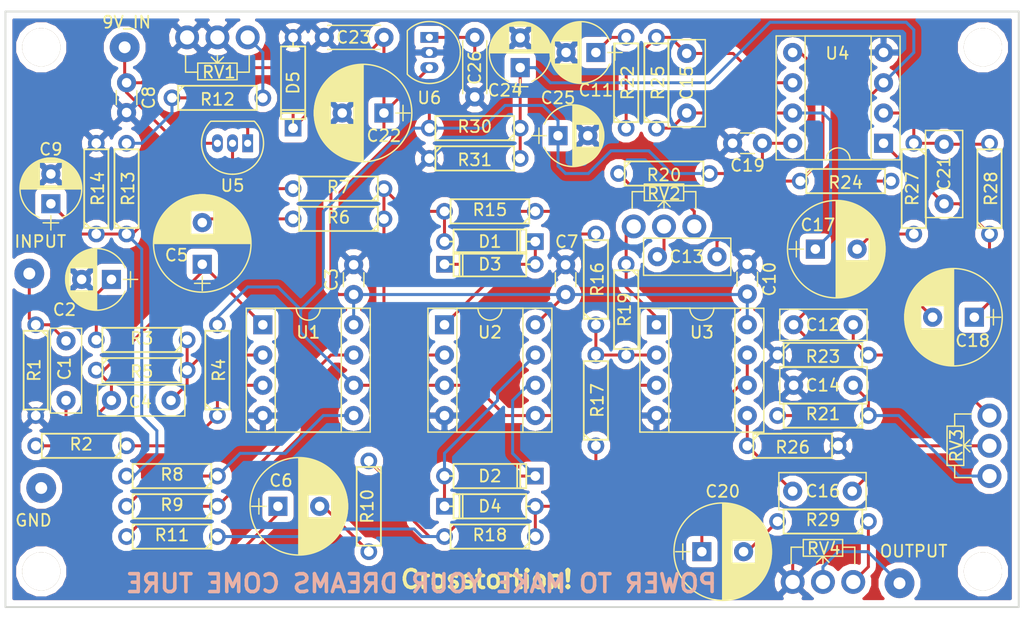
<source format=kicad_pcb>
(kicad_pcb (version 4) (host pcbnew 4.0.6)
  (title_block (title Crosstortion) (rev 1.1.1))
  (layers (0 F.Cu signal) (31 B.Cu signal) (34 B.Paste user) (35 F.Paste user) (36 B.SilkS user) (37 F.SilkS user) (38 B.Mask user) (39 F.Mask user) (44 Edge.Cuts user))
  (net 0 "")
  (net 1 "Net-(C1-Pad1)")
  (net 2 "Net-(C1-Pad2)")
  (net 3 "Net-(C2-Pad1)")
  (net 4 GND)
  (net 5 +9V)
  (net 6 "Net-(C4-Pad1)")
  (net 7 "Net-(C4-Pad2)")
  (net 8 "Net-(C5-Pad2)")
  (net 9 "Net-(C6-Pad2)")
  (net 10 5-6V)
  (net 11 "Net-(C11-Pad1)")
  (net 12 "Net-(C12-Pad1)")
  (net 13 "Net-(C12-Pad2)")
  (net 14 "Net-(C13-Pad1)")
  (net 15 "Net-(C13-Pad2)")
  (net 16 "Net-(C14-Pad1)")
  (net 17 "Net-(C15-Pad1)")
  (net 18 "Net-(C15-Pad2)")
  (net 19 "Net-(C16-Pad1)")
  (net 20 "Net-(C16-Pad2)")
  (net 21 "Net-(C17-Pad2)")
  (net 22 "Net-(C18-Pad1)")
  (net 23 +5V)
  (net 24 "Net-(C20-Pad1)")
  (net 25 "Net-(C20-Pad2)")
  (net 26 "Net-(C21-Pad2)")
  (net 27 +2.5V)
  (net 28 "Net-(D1-Pad1)")
  (net 29 "Net-(D1-Pad2)")
  (net 30 "Net-(D2-Pad1)")
  (net 31 "Net-(D2-Pad2)")
  (net 32 "Net-(D3-Pad1)")
  (net 33 "Net-(D4-Pad2)")
  (net 34 "Net-(J2-Pad1)")
  (net 35 "Net-(J4-Pad1)")
  (net 36 "Net-(R2-Pad1)")
  (net 37 "Net-(R8-Pad1)")
  (net 38 "Net-(R11-Pad2)")
  (net 39 "Net-(R12-Pad1)")
  (net 40 "Net-(R12-Pad2)")
  (net 41 "Net-(R16-Pad1)")
  (net 42 "Net-(R19-Pad1)")
  (net 43 "Net-(R20-Pad1)")
  (net 44 "Net-(R29-Pad1)")
  (module TO_SOT_Packages_THT:TO-92_Inline_Narrow_Oval (layer F.Cu) (at 147.32 99.06 180)
    (fp_text reference U5 (at 1.27 -3.556 180) (layer F.SilkS))
    (fp_text value LM317AT)
    (pad 2 thru_hole oval (at 1.27 0) (size 0.89916 1.50114) (drill 0.6) (layers *.Cu *.Mask) (net 10 5-6V))
    (pad 3 thru_hole oval (at 2.54 0) (size 0.89916 1.50114) (drill 0.6) (layers *.Cu *.Mask) (net 5 +9V))
    (pad 1 thru_hole rect (at 0 0) (size 0.89916 1.50114) (drill 0.6) (layers *.Cu *.Mask) (net 39 "Net-(R12-Pad1)"))
  )
  (module Capacitors_THT:C_Rect_L7.0mm_W2.5mm_P5.00mm (layer F.Cu) (at 132.08 120.65 90)
    (fp_text reference C1 (at 2.667 -0.127 90) (layer F.SilkS))
    (fp_text value 100n)
    (pad 1 thru_hole circle (at 0 0 90) (size 1.6 1.6) (drill 0.8) (layers *.Cu *.Mask) (net 1 "Net-(C1-Pad1)"))
    (pad 2 thru_hole circle (at 5 0 90) (size 1.6 1.6) (drill 0.8) (layers *.Cu *.Mask) (net 2 "Net-(C1-Pad2)"))
  )
  (module Capacitors_THT:CP_Radial_D5.0mm_P2.50mm (layer F.Cu) (at 135.89 110.49 180)
    (fp_text reference C2 (at 3.937 -2.54 180) (layer F.SilkS))
    (fp_text value 10u)
    (pad 1 thru_hole rect (at 0 0 180) (size 1.6 1.6) (drill 0.8) (layers *.Cu *.Mask) (net 3 "Net-(C2-Pad1)"))
    (pad 2 thru_hole circle (at 2.5 0 180) (size 1.6 1.6) (drill 0.8) (layers *.Cu *.Mask) (net 4 GND))
  )
  (module Capacitors_THT:C_Disc_D3.0mm_W1.6mm_P2.50mm (layer F.Cu) (at 156.21 111.76 90)
    (fp_text reference C3 (at 1.25 -1.86 90) (layer F.SilkS))
    (fp_text value 100n)
    (pad 1 thru_hole circle (at 0 0 90) (size 1.6 1.6) (drill 0.8) (layers *.Cu *.Mask) (net 5 +9V))
    (pad 2 thru_hole circle (at 2.5 0 90) (size 1.6 1.6) (drill 0.8) (layers *.Cu *.Mask) (net 4 GND))
  )
  (module Capacitors_THT:C_Rect_L7.2mm_W2.5mm_P5.00mm_FKS2_FKP2_MKS2_MKP2 (layer F.Cu) (at 135.89 120.65)
    (fp_text reference C4 (at 2.413 0.127) (layer F.SilkS))
    (fp_text value 1n)
    (pad 1 thru_hole circle (at 0 0) (size 1.6 1.6) (drill 0.8) (layers *.Cu *.Mask) (net 6 "Net-(C4-Pad1)"))
    (pad 2 thru_hole circle (at 5 0) (size 1.6 1.6) (drill 0.8) (layers *.Cu *.Mask) (net 7 "Net-(C4-Pad2)"))
  )
  (module Capacitors_THT:CP_Radial_D8.0mm_P3.50mm (layer F.Cu) (at 143.51 109.22 90)
    (fp_text reference C5 (at 0.762 -2.159 180) (layer F.SilkS))
    (fp_text value "10uF BP")
    (pad 1 thru_hole rect (at 0 0 90) (size 1.6 1.6) (drill 0.8) (layers *.Cu *.Mask) (net 6 "Net-(C4-Pad1)"))
    (pad 2 thru_hole circle (at 3.5 0 90) (size 1.6 1.6) (drill 0.8) (layers *.Cu *.Mask) (net 8 "Net-(C5-Pad2)"))
  )
  (module Capacitors_THT:CP_Radial_D8.0mm_P3.50mm (layer F.Cu) (at 149.86 129.54)
    (fp_text reference C6 (at 0.254 -2.159) (layer F.SilkS))
    (fp_text value "10uF BP")
    (pad 1 thru_hole rect (at 0 0) (size 1.6 1.6) (drill 0.8) (layers *.Cu *.Mask) (net 6 "Net-(C4-Pad1)"))
    (pad 2 thru_hole circle (at 3.5 0) (size 1.6 1.6) (drill 0.8) (layers *.Cu *.Mask) (net 9 "Net-(C6-Pad2)"))
  )
  (module Capacitors_THT:C_Disc_D3.0mm_W1.6mm_P2.50mm (layer F.Cu) (at 173.99 111.76 90)
    (fp_text reference C7 (at 4.4323 0.0889 180) (layer F.SilkS))
    (fp_text value 100n)
    (pad 1 thru_hole circle (at 0 0 90) (size 1.6 1.6) (drill 0.8) (layers *.Cu *.Mask) (net 5 +9V))
    (pad 2 thru_hole circle (at 2.5 0 90) (size 1.6 1.6) (drill 0.8) (layers *.Cu *.Mask) (net 4 GND))
  )
  (module Capacitors_THT:C_Disc_D3.0mm_W1.6mm_P2.50mm (layer F.Cu) (at 137.16 93.98 270)
    (fp_text reference C8 (at 1.25 -1.86 270) (layer F.SilkS))
    (fp_text value 100n)
    (pad 1 thru_hole circle (at 0 0 270) (size 1.6 1.6) (drill 0.8) (layers *.Cu *.Mask) (net 5 +9V))
    (pad 2 thru_hole circle (at 2.5 0 270) (size 1.6 1.6) (drill 0.8) (layers *.Cu *.Mask) (net 4 GND))
  )
  (module Capacitors_THT:CP_Radial_D5.0mm_P2.50mm (layer F.Cu) (at 130.81 104.14 90)
    (fp_text reference C9 (at 4.572 0 180) (layer F.SilkS))
    (fp_text value 10u)
    (pad 1 thru_hole rect (at 0 0 90) (size 1.6 1.6) (drill 0.8) (layers *.Cu *.Mask) (net 10 5-6V))
    (pad 2 thru_hole circle (at 2.5 0 90) (size 1.6 1.6) (drill 0.8) (layers *.Cu *.Mask) (net 4 GND))
  )
  (module Capacitors_THT:C_Disc_D3.0mm_W1.6mm_P2.50mm (layer F.Cu) (at 189.23 109.22 270)
    (fp_text reference C10 (at 1.25 -1.86 270) (layer F.SilkS))
    (fp_text value 100n)
    (pad 1 thru_hole circle (at 0 0 270) (size 1.6 1.6) (drill 0.8) (layers *.Cu *.Mask) (net 4 GND))
    (pad 2 thru_hole circle (at 2.5 0 270) (size 1.6 1.6) (drill 0.8) (layers *.Cu *.Mask) (net 5 +9V))
  )
  (module Capacitors_THT:CP_Radial_D5.0mm_P2.50mm (layer F.Cu) (at 176.53 91.44 180)
    (fp_text reference C11 (at 0 -3.175 180) (layer F.SilkS))
    (fp_text value 10u)
    (pad 1 thru_hole rect (at 0 0 180) (size 1.6 1.6) (drill 0.8) (layers *.Cu *.Mask) (net 11 "Net-(C11-Pad1)"))
    (pad 2 thru_hole circle (at 2.5 0 180) (size 1.6 1.6) (drill 0.8) (layers *.Cu *.Mask) (net 4 GND))
  )
  (module Capacitors_THT:C_Rect_L7.2mm_W2.5mm_P5.00mm_FKS2_FKP2_MKS2_MKP2 (layer F.Cu) (at 198.12 114.3 180)
    (fp_text reference C12 (at 2.54 0 180) (layer F.SilkS))
    (fp_text value 3.3n)
    (pad 1 thru_hole circle (at 0 0 180) (size 1.6 1.6) (drill 0.8) (layers *.Cu *.Mask) (net 12 "Net-(C12-Pad1)"))
    (pad 2 thru_hole circle (at 5 0 180) (size 1.6 1.6) (drill 0.8) (layers *.Cu *.Mask) (net 13 "Net-(C12-Pad2)"))
  )
  (module Capacitors_THT:C_Rect_L7.2mm_W3.0mm_P5.00mm_FKS2_FKP2_MKS2_MKP2 (layer F.Cu) (at 186.69 108.585 180)
    (fp_text reference C13 (at 2.54 0 180) (layer F.SilkS))
    (fp_text value 100n)
    (pad 1 thru_hole circle (at 0 0 180) (size 1.6 1.6) (drill 0.8) (layers *.Cu *.Mask) (net 14 "Net-(C13-Pad1)"))
    (pad 2 thru_hole circle (at 5 0 180) (size 1.6 1.6) (drill 0.8) (layers *.Cu *.Mask) (net 15 "Net-(C13-Pad2)"))
  )
  (module Capacitors_THT:C_Rect_L7.2mm_W3.0mm_P5.00mm_FKS2_FKP2_MKS2_MKP2 (layer F.Cu) (at 198.12 119.38 180)
    (fp_text reference C14 (at 2.54 0 180) (layer F.SilkS))
    (fp_text value 10n)
    (pad 1 thru_hole circle (at 0 0 180) (size 1.6 1.6) (drill 0.8) (layers *.Cu *.Mask) (net 16 "Net-(C14-Pad1)"))
    (pad 2 thru_hole circle (at 5 0 180) (size 1.6 1.6) (drill 0.8) (layers *.Cu *.Mask) (net 4 GND))
  )
  (module Capacitors_THT:C_Rect_L7.2mm_W3.0mm_P5.00mm_FKS2_FKP2_MKS2_MKP2 (layer F.Cu) (at 184.15 96.52 90)
    (fp_text reference C15 (at 2.54 0 90) (layer F.SilkS))
    (fp_text value 470p)
    (pad 1 thru_hole circle (at 0 0 90) (size 1.6 1.6) (drill 0.8) (layers *.Cu *.Mask) (net 17 "Net-(C15-Pad1)"))
    (pad 2 thru_hole circle (at 5 0 90) (size 1.6 1.6) (drill 0.8) (layers *.Cu *.Mask) (net 18 "Net-(C15-Pad2)"))
  )
  (module Capacitors_THT:C_Rect_L7.2mm_W3.0mm_P5.00mm_FKS2_FKP2_MKS2_MKP2 (layer F.Cu) (at 193.04 128.27)
    (fp_text reference C16 (at 2.54 0) (layer F.SilkS))
    (fp_text value 100n)
    (pad 1 thru_hole circle (at 0 0) (size 1.6 1.6) (drill 0.8) (layers *.Cu *.Mask) (net 19 "Net-(C16-Pad1)"))
    (pad 2 thru_hole circle (at 5 0) (size 1.6 1.6) (drill 0.8) (layers *.Cu *.Mask) (net 20 "Net-(C16-Pad2)"))
  )
  (module Capacitors_THT:CP_Radial_D8.0mm_P3.50mm (layer F.Cu) (at 194.945 107.95)
    (fp_text reference C17 (at 0.2032 -2.032) (layer F.SilkS))
    (fp_text value "10uF BP")
    (pad 1 thru_hole rect (at 0 0) (size 1.6 1.6) (drill 0.8) (layers *.Cu *.Mask) (net 17 "Net-(C15-Pad1)"))
    (pad 2 thru_hole circle (at 3.5 0) (size 1.6 1.6) (drill 0.8) (layers *.Cu *.Mask) (net 21 "Net-(C17-Pad2)"))
  )
  (module Capacitors_THT:CP_Radial_D8.0mm_P3.50mm (layer F.Cu) (at 208.28 113.665 180)
    (fp_text reference C18 (at 0.1397 -1.9685 180) (layer F.SilkS))
    (fp_text value "10uF BP")
    (pad 1 thru_hole rect (at 0 0 180) (size 1.6 1.6) (drill 0.8) (layers *.Cu *.Mask) (net 22 "Net-(C18-Pad1)"))
    (pad 2 thru_hole circle (at 3.5 0 180) (size 1.6 1.6) (drill 0.8) (layers *.Cu *.Mask) (net 13 "Net-(C12-Pad2)"))
  )
  (module Capacitors_THT:C_Disc_D3.0mm_W1.6mm_P2.50mm (layer F.Cu) (at 190.5 99.06 180)
    (fp_text reference C19 (at 1.25 -1.86 180) (layer F.SilkS))
    (fp_text value 100n)
    (pad 1 thru_hole circle (at 0 0 180) (size 1.6 1.6) (drill 0.8) (layers *.Cu *.Mask) (net 23 +5V))
    (pad 2 thru_hole circle (at 2.5 0 180) (size 1.6 1.6) (drill 0.8) (layers *.Cu *.Mask) (net 4 GND))
  )
  (module Capacitors_THT:CP_Radial_D8.0mm_P3.50mm (layer F.Cu) (at 185.42 133.35)
    (fp_text reference C20 (at 1.75 -5.06) (layer F.SilkS))
    (fp_text value "10uF BP")
    (pad 1 thru_hole rect (at 0 0) (size 1.6 1.6) (drill 0.8) (layers *.Cu *.Mask) (net 24 "Net-(C20-Pad1)"))
    (pad 2 thru_hole circle (at 3.5 0) (size 1.6 1.6) (drill 0.8) (layers *.Cu *.Mask) (net 25 "Net-(C20-Pad2)"))
  )
  (module Capacitors_THT:C_Rect_L7.2mm_W3.0mm_P5.00mm_FKS2_FKP2_MKS2_MKP2 (layer F.Cu) (at 205.74 104.14 90)
    (fp_text reference C21 (at 2.54 0 90) (layer F.SilkS))
    (fp_text value 470p)
    (pad 1 thru_hole circle (at 0 0 90) (size 1.6 1.6) (drill 0.8) (layers *.Cu *.Mask) (net 22 "Net-(C18-Pad1)"))
    (pad 2 thru_hole circle (at 5 0 90) (size 1.6 1.6) (drill 0.8) (layers *.Cu *.Mask) (net 26 "Net-(C21-Pad2)"))
  )
  (module Capacitors_THT:CP_Radial_D8.0mm_P3.50mm (layer F.Cu) (at 158.75 96.52 180)
    (fp_text reference C22 (at 0 -1.905 180) (layer F.SilkS))
    (fp_text value 100u)
    (pad 1 thru_hole rect (at 0 0 180) (size 1.6 1.6) (drill 0.8) (layers *.Cu *.Mask) (net 5 +9V))
    (pad 2 thru_hole circle (at 3.5 0 180) (size 1.6 1.6) (drill 0.8) (layers *.Cu *.Mask) (net 4 GND))
  )
  (module Capacitors_THT:C_Disc_D4.3mm_W1.9mm_P5.00mm (layer F.Cu) (at 158.75 90.17 180)
    (fp_text reference C23 (at 2.54 0 180) (layer F.SilkS))
    (fp_text value 100n)
    (pad 1 thru_hole circle (at 0 0 180) (size 1.6 1.6) (drill 0.8) (layers *.Cu *.Mask) (net 5 +9V))
    (pad 2 thru_hole circle (at 5 0 180) (size 1.6 1.6) (drill 0.8) (layers *.Cu *.Mask) (net 4 GND))
  )
  (module Capacitors_THT:C_Disc_D4.3mm_W1.9mm_P5.00mm (layer F.Cu) (at 166.37 90.17 270)
    (fp_text reference C24 (at 4.445 -2.54 360) (layer F.SilkS))
    (fp_text value 100n)
    (pad 1 thru_hole circle (at 0 0 270) (size 1.6 1.6) (drill 0.8) (layers *.Cu *.Mask) (net 23 +5V))
    (pad 2 thru_hole circle (at 5 0 270) (size 1.6 1.6) (drill 0.8) (layers *.Cu *.Mask) (net 4 GND))
  )
  (module Capacitors_THT:CP_Radial_D5.0mm_P2.50mm (layer F.Cu) (at 173.355 98.425)
    (fp_text reference C25 (at 0 -3.175) (layer F.SilkS))
    (fp_text value 10u)
    (pad 1 thru_hole rect (at 0 0) (size 1.6 1.6) (drill 0.8) (layers *.Cu *.Mask) (net 23 +5V))
    (pad 2 thru_hole circle (at 2.5 0) (size 1.6 1.6) (drill 0.8) (layers *.Cu *.Mask) (net 4 GND))
  )
  (module Capacitors_THT:CP_Radial_D5.0mm_P2.50mm (layer F.Cu) (at 170.18 92.71 90)
    (fp_text reference C26 (at 0 -3.81 90) (layer F.SilkS))
    (fp_text value 10u)
    (pad 1 thru_hole rect (at 0 0 90) (size 1.6 1.6) (drill 0.8) (layers *.Cu *.Mask) (net 27 +2.5V))
    (pad 2 thru_hole circle (at 2.5 0 90) (size 1.6 1.6) (drill 0.8) (layers *.Cu *.Mask) (net 4 GND))
  )
  (module Discret:D3 (layer F.Cu) (at 167.64 107.315)
    (fp_text reference D1 (at 0 0) (layer F.SilkS))
    (fp_text value 1N4148)
    (pad 1 thru_hole rect (at 3.81 0) (size 1.397 1.397) (drill 0.8128) (layers *.Cu *.Mask) (net 28 "Net-(D1-Pad1)"))
    (pad 2 thru_hole circle (at -3.81 0) (size 1.397 1.397) (drill 0.8128) (layers *.Cu *.Mask) (net 29 "Net-(D1-Pad2)"))
  )
  (module Discret:D3 (layer F.Cu) (at 167.64 127)
    (fp_text reference D2 (at 0 0) (layer F.SilkS))
    (fp_text value 1N4148)
    (pad 1 thru_hole rect (at 3.81 0) (size 1.397 1.397) (drill 0.8128) (layers *.Cu *.Mask) (net 30 "Net-(D2-Pad1)"))
    (pad 2 thru_hole circle (at -3.81 0) (size 1.397 1.397) (drill 0.8128) (layers *.Cu *.Mask) (net 31 "Net-(D2-Pad2)"))
  )
  (module Discret:D3 (layer F.Cu) (at 167.64 109.22 180)
    (fp_text reference D3 (at 0 0 180) (layer F.SilkS))
    (fp_text value 1N4148)
    (pad 1 thru_hole rect (at 3.81 0 180) (size 1.397 1.397) (drill 0.8128) (layers *.Cu *.Mask) (net 32 "Net-(D3-Pad1)"))
    (pad 2 thru_hole circle (at -3.81 0 180) (size 1.397 1.397) (drill 0.8128) (layers *.Cu *.Mask) (net 28 "Net-(D1-Pad1)"))
  )
  (module Discret:D3 (layer F.Cu) (at 167.64 129.54 180)
    (fp_text reference D4 (at 0 0 180) (layer F.SilkS))
    (fp_text value 1N4148)
    (pad 1 thru_hole rect (at 3.81 0 180) (size 1.397 1.397) (drill 0.8128) (layers *.Cu *.Mask) (net 31 "Net-(D2-Pad2)"))
    (pad 2 thru_hole circle (at -3.81 0 180) (size 1.397 1.397) (drill 0.8128) (layers *.Cu *.Mask) (net 33 "Net-(D4-Pad2)"))
  )
  (module Discret:D3 (layer F.Cu) (at 151.13 93.98 270)
    (fp_text reference D5 (at 0 0 270) (layer F.SilkS))
    (fp_text value 1N4007)
    (pad 1 thru_hole rect (at 3.81 0 270) (size 1.397 1.397) (drill 0.8128) (layers *.Cu *.Mask) (net 5 +9V))
    (pad 2 thru_hole circle (at -3.81 0 270) (size 1.397 1.397) (drill 0.8128) (layers *.Cu *.Mask) (net 4 GND))
  )
  (module Wire_Pads:SolderWirePad_single_1mmDrill (layer F.Cu) (at 129 110)
    (fp_text reference INPUT (at 0.921 -2.685) (layer F.SilkS))
    (fp_text value INPUT)
    (pad 1 thru_hole circle (at 0 0) (size 2.49936 2.49936) (drill 1.00076) (layers *.Cu *.Mask) (net 2 "Net-(C1-Pad2)"))
  )
  (module Wire_Pads:SolderWirePad_single_1mmDrill (layer F.Cu) (at 202 136)
    (fp_text reference OUTPUT (at 1.1873 -2.6881) (layer F.SilkS))
    (fp_text value OUTPUT)
    (pad 1 thru_hole circle (at 0 0) (size 2.49936 2.49936) (drill 1.00076) (layers *.Cu *.Mask) (net 34 "Net-(J2-Pad1)"))
  )
  (module Wire_Pads:SolderWirePad_single_1mmDrill (layer F.Cu) (at 137 91)
    (fp_text reference 9V_IN (at 0.16 -2.1) (layer F.SilkS))
    (fp_text value 9V_IN)
    (pad 1 thru_hole circle (at 0 0) (size 2.49936 2.49936) (drill 1.00076) (layers *.Cu *.Mask) (net 5 +9V))
  )
  (module Wire_Pads:SolderWirePad_single_1mmDrill (layer F.Cu) (at 130 128)
    (fp_text reference GND (at -0.6505 2.7211) (layer F.SilkS))
    (fp_text value GND)
    (pad 1 thru_hole circle (at 0 0) (size 2.49936 2.49936) (drill 1.00076) (layers *.Cu *.Mask) (net 35 "Net-(J4-Pad1)"))
  )
  (module Discret:R3 (layer F.Cu) (at 129.54 118.11 270)
    (fp_text reference R1 (at 0 0.127 270) (layer F.SilkS))
    (fp_text value 2.2M)
    (pad 1 thru_hole circle (at -3.81 0 270) (size 1.397 1.397) (drill 0.8128) (layers *.Cu *.Mask) (net 2 "Net-(C1-Pad2)"))
    (pad 2 thru_hole circle (at 3.81 0 270) (size 1.397 1.397) (drill 0.8128) (layers *.Cu *.Mask) (net 4 GND))
  )
  (module Discret:R3 (layer F.Cu) (at 133.35 124.46 180)
    (fp_text reference R2 (at 0 0.127 180) (layer F.SilkS))
    (fp_text value 1K)
    (pad 1 thru_hole circle (at -3.81 0 180) (size 1.397 1.397) (drill 0.8128) (layers *.Cu *.Mask) (net 36 "Net-(R2-Pad1)"))
    (pad 2 thru_hole circle (at 3.81 0 180) (size 1.397 1.397) (drill 0.8128) (layers *.Cu *.Mask) (net 1 "Net-(C1-Pad1)"))
  )
  (module Discret:R3 (layer F.Cu) (at 138.43 115.57 180)
    (fp_text reference R3 (at 0 0.127 180) (layer F.SilkS))
    (fp_text value 10K)
    (pad 1 thru_hole circle (at -3.81 0 180) (size 1.397 1.397) (drill 0.8128) (layers *.Cu *.Mask) (net 7 "Net-(C4-Pad2)"))
    (pad 2 thru_hole circle (at 3.81 0 180) (size 1.397 1.397) (drill 0.8128) (layers *.Cu *.Mask) (net 3 "Net-(C2-Pad1)"))
  )
  (module Discret:R3 (layer F.Cu) (at 144.78 118.11 90)
    (fp_text reference R4 (at 0 0.127 90) (layer F.SilkS))
    (fp_text value 1M)
    (pad 1 thru_hole circle (at -3.81 0 90) (size 1.397 1.397) (drill 0.8128) (layers *.Cu *.Mask) (net 36 "Net-(R2-Pad1)"))
    (pad 2 thru_hole circle (at 3.81 0 90) (size 1.397 1.397) (drill 0.8128) (layers *.Cu *.Mask) (net 23 +5V))
  )
  (module Discret:R3 (layer F.Cu) (at 138.43 118.11)
    (fp_text reference R5 (at 0 0.127) (layer F.SilkS))
    (fp_text value 100K)
    (pad 1 thru_hole circle (at -3.81 0) (size 1.397 1.397) (drill 0.8128) (layers *.Cu *.Mask) (net 6 "Net-(C4-Pad1)"))
    (pad 2 thru_hole circle (at 3.81 0) (size 1.397 1.397) (drill 0.8128) (layers *.Cu *.Mask) (net 7 "Net-(C4-Pad2)"))
  )
  (module Discret:R3 (layer F.Cu) (at 154.94 105.41 180)
    (fp_text reference R6 (at 0 0.127 180) (layer F.SilkS))
    (fp_text value 10K)
    (pad 1 thru_hole circle (at -3.81 0 180) (size 1.397 1.397) (drill 0.8128) (layers *.Cu *.Mask) (net 29 "Net-(D1-Pad2)"))
    (pad 2 thru_hole circle (at 3.81 0 180) (size 1.397 1.397) (drill 0.8128) (layers *.Cu *.Mask) (net 8 "Net-(C5-Pad2)"))
  )
  (module Discret:R3 (layer F.Cu) (at 154.94 102.87 180)
    (fp_text reference R7 (at 0 0.127 180) (layer F.SilkS))
    (fp_text value 10K)
    (pad 1 thru_hole circle (at -3.81 0 180) (size 1.397 1.397) (drill 0.8128) (layers *.Cu *.Mask) (net 29 "Net-(D1-Pad2)"))
    (pad 2 thru_hole circle (at 3.81 0 180) (size 1.397 1.397) (drill 0.8128) (layers *.Cu *.Mask) (net 10 5-6V))
  )
  (module Discret:R3 (layer F.Cu) (at 140.97 127 180)
    (fp_text reference R8 (at 0 0.127 180) (layer F.SilkS))
    (fp_text value 10K)
    (pad 1 thru_hole circle (at -3.81 0 180) (size 1.397 1.397) (drill 0.8128) (layers *.Cu *.Mask) (net 37 "Net-(R8-Pad1)"))
    (pad 2 thru_hole circle (at 3.81 0 180) (size 1.397 1.397) (drill 0.8128) (layers *.Cu *.Mask) (net 10 5-6V))
  )
  (module Discret:R3 (layer F.Cu) (at 140.97 129.54 180)
    (fp_text reference R9 (at 0 0.127 180) (layer F.SilkS))
    (fp_text value 10K)
    (pad 1 thru_hole circle (at -3.81 0 180) (size 1.397 1.397) (drill 0.8128) (layers *.Cu *.Mask) (net 38 "Net-(R11-Pad2)"))
    (pad 2 thru_hole circle (at 3.81 0 180) (size 1.397 1.397) (drill 0.8128) (layers *.Cu *.Mask) (net 37 "Net-(R8-Pad1)"))
  )
  (module Discret:R3 (layer F.Cu) (at 157.48 129.54 270)
    (fp_text reference R10 (at 0 0.127 270) (layer F.SilkS))
    (fp_text value 10K)
    (pad 1 thru_hole circle (at -3.81 0 270) (size 1.397 1.397) (drill 0.8128) (layers *.Cu *.Mask) (net 30 "Net-(D2-Pad1)"))
    (pad 2 thru_hole circle (at 3.81 0 270) (size 1.397 1.397) (drill 0.8128) (layers *.Cu *.Mask) (net 9 "Net-(C6-Pad2)"))
  )
  (module Discret:R3 (layer F.Cu) (at 140.97 132.08 180)
    (fp_text reference R11 (at 0 0.127 180) (layer F.SilkS))
    (fp_text value 10K)
    (pad 1 thru_hole circle (at -3.81 0 180) (size 1.397 1.397) (drill 0.8128) (layers *.Cu *.Mask) (net 30 "Net-(D2-Pad1)"))
    (pad 2 thru_hole circle (at 3.81 0 180) (size 1.397 1.397) (drill 0.8128) (layers *.Cu *.Mask) (net 38 "Net-(R11-Pad2)"))
  )
  (module Discret:R3 (layer F.Cu) (at 144.78 95.25)
    (fp_text reference R12 (at 0 0.127) (layer F.SilkS))
    (fp_text value 2.7K)
    (pad 1 thru_hole circle (at -3.81 0) (size 1.397 1.397) (drill 0.8128) (layers *.Cu *.Mask) (net 39 "Net-(R12-Pad1)"))
    (pad 2 thru_hole circle (at 3.81 0) (size 1.397 1.397) (drill 0.8128) (layers *.Cu *.Mask) (net 40 "Net-(R12-Pad2)"))
  )
  (module Discret:R3 (layer F.Cu) (at 137.16 102.87 90)
    (fp_text reference R13 (at 0 0.127 90) (layer F.SilkS))
    (fp_text value 1K)
    (pad 1 thru_hole circle (at -3.81 0 90) (size 1.397 1.397) (drill 0.8128) (layers *.Cu *.Mask) (net 10 5-6V))
    (pad 2 thru_hole circle (at 3.81 0 90) (size 1.397 1.397) (drill 0.8128) (layers *.Cu *.Mask) (net 39 "Net-(R12-Pad1)"))
  )
  (module Discret:R3 (layer F.Cu) (at 134.62 102.87 90)
    (fp_text reference R14 (at 0 0.127 90) (layer F.SilkS))
    (fp_text value 1K)
    (pad 1 thru_hole circle (at -3.81 0 90) (size 1.397 1.397) (drill 0.8128) (layers *.Cu *.Mask) (net 10 5-6V))
    (pad 2 thru_hole circle (at 3.81 0 90) (size 1.397 1.397) (drill 0.8128) (layers *.Cu *.Mask) (net 4 GND))
  )
  (module Discret:R3 (layer F.Cu) (at 167.64 104.775 180)
    (fp_text reference R15 (at 0 0.127 180) (layer F.SilkS))
    (fp_text value 10K)
    (pad 1 thru_hole circle (at -3.81 0 180) (size 1.397 1.397) (drill 0.8128) (layers *.Cu *.Mask) (net 32 "Net-(D3-Pad1)"))
    (pad 2 thru_hole circle (at 3.81 0 180) (size 1.397 1.397) (drill 0.8128) (layers *.Cu *.Mask) (net 29 "Net-(D1-Pad2)"))
  )
  (module Discret:R3 (layer F.Cu) (at 176.53 110.49 90)
    (fp_text reference R16 (at 0 0.127 90) (layer F.SilkS))
    (fp_text value 10K)
    (pad 1 thru_hole circle (at -3.81 0 90) (size 1.397 1.397) (drill 0.8128) (layers *.Cu *.Mask) (net 41 "Net-(R16-Pad1)"))
    (pad 2 thru_hole circle (at 3.81 0 90) (size 1.397 1.397) (drill 0.8128) (layers *.Cu *.Mask) (net 32 "Net-(D3-Pad1)"))
  )
  (module Discret:R3 (layer F.Cu) (at 176.53 120.65 90)
    (fp_text reference R17 (at 0 0.127 90) (layer F.SilkS))
    (fp_text value 10K)
    (pad 1 thru_hole circle (at -3.81 0 90) (size 1.397 1.397) (drill 0.8128) (layers *.Cu *.Mask) (net 33 "Net-(D4-Pad2)"))
    (pad 2 thru_hole circle (at 3.81 0 90) (size 1.397 1.397) (drill 0.8128) (layers *.Cu *.Mask) (net 41 "Net-(R16-Pad1)"))
  )
  (module Discret:R3 (layer F.Cu) (at 167.64 132.08 180)
    (fp_text reference R18 (at 0 0.127 180) (layer F.SilkS))
    (fp_text value 10K)
    (pad 1 thru_hole circle (at -3.81 0 180) (size 1.397 1.397) (drill 0.8128) (layers *.Cu *.Mask) (net 33 "Net-(D4-Pad2)"))
    (pad 2 thru_hole circle (at 3.81 0 180) (size 1.397 1.397) (drill 0.8128) (layers *.Cu *.Mask) (net 30 "Net-(D2-Pad1)"))
  )
  (module Discret:R3 (layer F.Cu) (at 179.07 113.03 270)
    (fp_text reference R19 (at 0 0.127 270) (layer F.SilkS))
    (fp_text value 10K)
    (pad 1 thru_hole circle (at -3.81 0 270) (size 1.397 1.397) (drill 0.8128) (layers *.Cu *.Mask) (net 42 "Net-(R19-Pad1)"))
    (pad 2 thru_hole circle (at 3.81 0 270) (size 1.397 1.397) (drill 0.8128) (layers *.Cu *.Mask) (net 41 "Net-(R16-Pad1)"))
  )
  (module Discret:R3 (layer F.Cu) (at 182.245 101.6)
    (fp_text reference R20 (at 0 0.127) (layer F.SilkS))
    (fp_text value 470R)
    (pad 1 thru_hole circle (at -3.81 0) (size 1.397 1.397) (drill 0.8128) (layers *.Cu *.Mask) (net 43 "Net-(R20-Pad1)"))
    (pad 2 thru_hole circle (at 3.81 0) (size 1.397 1.397) (drill 0.8128) (layers *.Cu *.Mask) (net 23 +5V))
  )
  (module Discret:R3 (layer F.Cu) (at 195.58 121.92 180)
    (fp_text reference R21 (at 0 0.127 180) (layer F.SilkS))
    (fp_text value 22K)
    (pad 1 thru_hole circle (at -3.81 0 180) (size 1.397 1.397) (drill 0.8128) (layers *.Cu *.Mask) (net 16 "Net-(C14-Pad1)"))
    (pad 2 thru_hole circle (at 3.81 0 180) (size 1.397 1.397) (drill 0.8128) (layers *.Cu *.Mask) (net 13 "Net-(C12-Pad2)"))
  )
  (module Discret:R3 (layer F.Cu) (at 179.07 93.98 90)
    (fp_text reference R22 (at 0 0.127 90) (layer F.SilkS))
    (fp_text value 10K)
    (pad 1 thru_hole circle (at -3.81 0 90) (size 1.397 1.397) (drill 0.8128) (layers *.Cu *.Mask) (net 18 "Net-(C15-Pad2)"))
    (pad 2 thru_hole circle (at 3.81 0 90) (size 1.397 1.397) (drill 0.8128) (layers *.Cu *.Mask) (net 11 "Net-(C11-Pad1)"))
  )
  (module Discret:R3 (layer F.Cu) (at 195.58 116.84)
    (fp_text reference R23 (at 0 0.127) (layer F.SilkS))
    (fp_text value 22K)
    (pad 1 thru_hole circle (at -3.81 0) (size 1.397 1.397) (drill 0.8128) (layers *.Cu *.Mask) (net 4 GND))
    (pad 2 thru_hole circle (at 3.81 0) (size 1.397 1.397) (drill 0.8128) (layers *.Cu *.Mask) (net 12 "Net-(C12-Pad1)"))
  )
  (module Discret:R3 (layer F.Cu) (at 197.485 102.235)
    (fp_text reference R24 (at 0 0.127) (layer F.SilkS))
    (fp_text value 100K)
    (pad 1 thru_hole circle (at -3.81 0) (size 1.397 1.397) (drill 0.8128) (layers *.Cu *.Mask) (net 14 "Net-(C13-Pad1)"))
    (pad 2 thru_hole circle (at 3.81 0) (size 1.397 1.397) (drill 0.8128) (layers *.Cu *.Mask) (net 27 +2.5V))
  )
  (module Discret:R3 (layer F.Cu) (at 181.61 93.98 90)
    (fp_text reference R25 (at 0 0.127 90) (layer F.SilkS))
    (fp_text value 220K)
    (pad 1 thru_hole circle (at -3.81 0 90) (size 1.397 1.397) (drill 0.8128) (layers *.Cu *.Mask) (net 17 "Net-(C15-Pad1)"))
    (pad 2 thru_hole circle (at 3.81 0 90) (size 1.397 1.397) (drill 0.8128) (layers *.Cu *.Mask) (net 18 "Net-(C15-Pad2)"))
  )
  (module Discret:R3 (layer F.Cu) (at 193.04 124.46)
    (fp_text reference R26 (at 0 0.127) (layer F.SilkS))
    (fp_text value 100K)
    (pad 1 thru_hole circle (at -3.81 0) (size 1.397 1.397) (drill 0.8128) (layers *.Cu *.Mask) (net 19 "Net-(C16-Pad1)"))
    (pad 2 thru_hole circle (at 3.81 0) (size 1.397 1.397) (drill 0.8128) (layers *.Cu *.Mask) (net 4 GND))
  )
  (module Discret:R3 (layer F.Cu) (at 203.2 102.87 270)
    (fp_text reference R27 (at 0 0.127 270) (layer F.SilkS))
    (fp_text value 10K)
    (pad 1 thru_hole circle (at -3.81 0 270) (size 1.397 1.397) (drill 0.8128) (layers *.Cu *.Mask) (net 26 "Net-(C21-Pad2)"))
    (pad 2 thru_hole circle (at 3.81 0 270) (size 1.397 1.397) (drill 0.8128) (layers *.Cu *.Mask) (net 21 "Net-(C17-Pad2)"))
  )
  (module Discret:R3 (layer F.Cu) (at 209.55 102.87 90)
    (fp_text reference R28 (at 0 0.127 90) (layer F.SilkS))
    (fp_text value 220K)
    (pad 1 thru_hole circle (at -3.81 0 90) (size 1.397 1.397) (drill 0.8128) (layers *.Cu *.Mask) (net 22 "Net-(C18-Pad1)"))
    (pad 2 thru_hole circle (at 3.81 0 90) (size 1.397 1.397) (drill 0.8128) (layers *.Cu *.Mask) (net 26 "Net-(C21-Pad2)"))
  )
  (module Discret:R3 (layer F.Cu) (at 195.58 130.81 180)
    (fp_text reference R29 (at 0 0.127 180) (layer F.SilkS))
    (fp_text value 1K)
    (pad 1 thru_hole circle (at -3.81 0 180) (size 1.397 1.397) (drill 0.8128) (layers *.Cu *.Mask) (net 44 "Net-(R29-Pad1)"))
    (pad 2 thru_hole circle (at 3.81 0 180) (size 1.397 1.397) (drill 0.8128) (layers *.Cu *.Mask) (net 25 "Net-(C20-Pad2)"))
  )
  (module Discret:R3 (layer F.Cu) (at 166.37 97.79 180)
    (fp_text reference R30 (at 0 0.127 180) (layer F.SilkS))
    (fp_text value 10K)
    (pad 1 thru_hole circle (at -3.81 0 180) (size 1.397 1.397) (drill 0.8128) (layers *.Cu *.Mask) (net 27 +2.5V))
    (pad 2 thru_hole circle (at 3.81 0 180) (size 1.397 1.397) (drill 0.8128) (layers *.Cu *.Mask) (net 23 +5V))
  )
  (module Discret:R3 (layer F.Cu) (at 166.37 100.33)
    (fp_text reference R31 (at 0 0.127) (layer F.SilkS))
    (fp_text value 10K)
    (pad 1 thru_hole circle (at -3.81 0) (size 1.397 1.397) (drill 0.8128) (layers *.Cu *.Mask) (net 4 GND))
    (pad 2 thru_hole circle (at 3.81 0) (size 1.397 1.397) (drill 0.8128) (layers *.Cu *.Mask) (net 27 +2.5V))
  )
  (module Potentiometers:Potentiometer_WirePads_Small (layer F.Cu) (at 147.32 90.17 270)
    (fp_text reference RV1 (at 2.921 2.413 360) (layer F.SilkS))
    (fp_text value 1KA)
    (pad 2 thru_hole circle (at 0 2.54 270) (size 2 2) (drill 1.2) (layers *.Cu *.Mask) (net 4 GND))
    (pad 3 thru_hole circle (at 0 5.08 270) (size 2 2) (drill 1.2) (layers *.Cu *.Mask) (net 4 GND))
    (pad 1 thru_hole circle (at 0 0 270) (size 2 2) (drill 1.2) (layers *.Cu *.Mask) (net 40 "Net-(R12-Pad2)"))
  )
  (module Potentiometers:Potentiometer_WirePads_Small (layer F.Cu) (at 179.705 106.045 90)
    (fp_text reference RV2 (at 2.7559 2.5273 180) (layer F.SilkS))
    (fp_text value 100KB)
    (pad 2 thru_hole circle (at 0 2.54 90) (size 2 2) (drill 1.2) (layers *.Cu *.Mask) (net 15 "Net-(C13-Pad2)"))
    (pad 3 thru_hole circle (at 0 5.08 90) (size 2 2) (drill 1.2) (layers *.Cu *.Mask) (net 43 "Net-(R20-Pad1)"))
    (pad 1 thru_hole circle (at 0 0 90) (size 2 2) (drill 1.2) (layers *.Cu *.Mask) (net 42 "Net-(R19-Pad1)"))
  )
  (module Potentiometers:Potentiometer_WirePads_Small (layer F.Cu) (at 209.55 127 180)
    (fp_text reference RV3 (at 2.7813 2.5654 270) (layer F.SilkS))
    (fp_text value 100KB)
    (pad 2 thru_hole circle (at 0 2.54 180) (size 2 2) (drill 1.2) (layers *.Cu *.Mask) (net 20 "Net-(C16-Pad2)"))
    (pad 3 thru_hole circle (at 0 5.08 180) (size 2 2) (drill 1.2) (layers *.Cu *.Mask) (net 12 "Net-(C12-Pad1)"))
    (pad 1 thru_hole circle (at 0 0 180) (size 2 2) (drill 1.2) (layers *.Cu *.Mask) (net 16 "Net-(C14-Pad1)"))
  )
  (module Potentiometers:Potentiometer_WirePads_Small (layer F.Cu) (at 193.04 135.89 90)
    (fp_text reference RV4 (at 2.8067 2.6035 180) (layer F.SilkS))
    (fp_text value 100KA)
    (pad 2 thru_hole circle (at 0 2.54 90) (size 2 2) (drill 1.2) (layers *.Cu *.Mask) (net 34 "Net-(J2-Pad1)"))
    (pad 3 thru_hole circle (at 0 5.08 90) (size 2 2) (drill 1.2) (layers *.Cu *.Mask) (net 44 "Net-(R29-Pad1)"))
    (pad 1 thru_hole circle (at 0 0 90) (size 2 2) (drill 1.2) (layers *.Cu *.Mask) (net 4 GND))
  )
  (module Housings_DIP:DIP-8_W7.62mm_Socket (layer F.Cu) (at 148.59 114.3)
    (fp_text reference U1 (at 3.81 0.635) (layer F.SilkS))
    (fp_text value TL072)
    (pad 1 thru_hole rect (at 0 0) (size 1.6 1.6) (drill 0.8) (layers *.Cu *.Mask) (net 6 "Net-(C4-Pad1)"))
    (pad 5 thru_hole oval (at 7.62 7.62) (size 1.6 1.6) (drill 0.8) (layers *.Cu *.Mask) (net 37 "Net-(R8-Pad1)"))
    (pad 2 thru_hole oval (at 0 2.54) (size 1.6 1.6) (drill 0.8) (layers *.Cu *.Mask) (net 7 "Net-(C4-Pad2)"))
    (pad 6 thru_hole oval (at 7.62 5.08) (size 1.6 1.6) (drill 0.8) (layers *.Cu *.Mask) (net 23 +5V))
    (pad 3 thru_hole oval (at 0 5.08) (size 1.6 1.6) (drill 0.8) (layers *.Cu *.Mask) (net 36 "Net-(R2-Pad1)"))
    (pad 7 thru_hole oval (at 7.62 2.54) (size 1.6 1.6) (drill 0.8) (layers *.Cu *.Mask) (net 38 "Net-(R11-Pad2)"))
    (pad 4 thru_hole oval (at 0 7.62) (size 1.6 1.6) (drill 0.8) (layers *.Cu *.Mask) (net 4 GND))
    (pad 8 thru_hole oval (at 7.62 0) (size 1.6 1.6) (drill 0.8) (layers *.Cu *.Mask) (net 5 +9V))
  )
  (module Housings_DIP:DIP-8_W7.62mm_Socket (layer F.Cu) (at 163.83 114.3)
    (fp_text reference U2 (at 3.81 0.635) (layer F.SilkS))
    (fp_text value 4558)
    (pad 1 thru_hole rect (at 0 0) (size 1.6 1.6) (drill 0.8) (layers *.Cu *.Mask) (net 28 "Net-(D1-Pad1)"))
    (pad 5 thru_hole oval (at 7.62 7.62) (size 1.6 1.6) (drill 0.8) (layers *.Cu *.Mask) (net 23 +5V))
    (pad 2 thru_hole oval (at 0 2.54) (size 1.6 1.6) (drill 0.8) (layers *.Cu *.Mask) (net 29 "Net-(D1-Pad2)"))
    (pad 6 thru_hole oval (at 7.62 5.08) (size 1.6 1.6) (drill 0.8) (layers *.Cu *.Mask) (net 30 "Net-(D2-Pad1)"))
    (pad 3 thru_hole oval (at 0 5.08) (size 1.6 1.6) (drill 0.8) (layers *.Cu *.Mask) (net 23 +5V))
    (pad 7 thru_hole oval (at 7.62 2.54) (size 1.6 1.6) (drill 0.8) (layers *.Cu *.Mask) (net 31 "Net-(D2-Pad2)"))
    (pad 4 thru_hole oval (at 0 7.62) (size 1.6 1.6) (drill 0.8) (layers *.Cu *.Mask) (net 4 GND))
    (pad 8 thru_hole oval (at 7.62 0) (size 1.6 1.6) (drill 0.8) (layers *.Cu *.Mask) (net 5 +9V))
  )
  (module Housings_DIP:DIP-8_W7.62mm_Socket (layer F.Cu) (at 181.61 114.3)
    (fp_text reference U3 (at 3.81 0.635) (layer F.SilkS))
    (fp_text value 4558)
    (pad 1 thru_hole rect (at 0 0) (size 1.6 1.6) (drill 0.8) (layers *.Cu *.Mask) (net 42 "Net-(R19-Pad1)"))
    (pad 5 thru_hole oval (at 7.62 7.62) (size 1.6 1.6) (drill 0.8) (layers *.Cu *.Mask) (net 19 "Net-(C16-Pad1)"))
    (pad 2 thru_hole oval (at 0 2.54) (size 1.6 1.6) (drill 0.8) (layers *.Cu *.Mask) (net 41 "Net-(R16-Pad1)"))
    (pad 6 thru_hole oval (at 7.62 5.08) (size 1.6 1.6) (drill 0.8) (layers *.Cu *.Mask) (net 24 "Net-(C20-Pad1)"))
    (pad 3 thru_hole oval (at 0 5.08) (size 1.6 1.6) (drill 0.8) (layers *.Cu *.Mask) (net 23 +5V))
    (pad 7 thru_hole oval (at 7.62 2.54) (size 1.6 1.6) (drill 0.8) (layers *.Cu *.Mask) (net 24 "Net-(C20-Pad1)"))
    (pad 4 thru_hole oval (at 0 7.62) (size 1.6 1.6) (drill 0.8) (layers *.Cu *.Mask) (net 4 GND))
    (pad 8 thru_hole oval (at 7.62 0) (size 1.6 1.6) (drill 0.8) (layers *.Cu *.Mask) (net 5 +9V))
  )
  (module Housings_DIP:DIP-8_W7.62mm_Socket (layer F.Cu) (at 200.66 99.06 180)
    (fp_text reference U4 (at 3.8735 7.5438 180) (layer F.SilkS))
    (fp_text value 4558)
    (pad 1 thru_hole rect (at 0 0 180) (size 1.6 1.6) (drill 0.8) (layers *.Cu *.Mask) (net 22 "Net-(C18-Pad1)"))
    (pad 5 thru_hole oval (at 7.62 7.62 180) (size 1.6 1.6) (drill 0.8) (layers *.Cu *.Mask) (net 14 "Net-(C13-Pad1)"))
    (pad 2 thru_hole oval (at 0 2.54 180) (size 1.6 1.6) (drill 0.8) (layers *.Cu *.Mask) (net 26 "Net-(C21-Pad2)"))
    (pad 6 thru_hole oval (at 7.62 5.08 180) (size 1.6 1.6) (drill 0.8) (layers *.Cu *.Mask) (net 18 "Net-(C15-Pad2)"))
    (pad 3 thru_hole oval (at 0 5.08 180) (size 1.6 1.6) (drill 0.8) (layers *.Cu *.Mask) (net 27 +2.5V))
    (pad 7 thru_hole oval (at 7.62 2.54 180) (size 1.6 1.6) (drill 0.8) (layers *.Cu *.Mask) (net 17 "Net-(C15-Pad1)"))
    (pad 4 thru_hole oval (at 0 7.62 180) (size 1.6 1.6) (drill 0.8) (layers *.Cu *.Mask) (net 4 GND))
    (pad 8 thru_hole oval (at 7.62 0 180) (size 1.6 1.6) (drill 0.8) (layers *.Cu *.Mask) (net 23 +5V))
  )
  (module TO_SOT_Packages_THT:TO-92_Inline_Narrow_Oval (layer F.Cu) (at 162.56 90.17 270)
    (fp_text reference U6 (at 5.08 0 360) (layer F.SilkS))
    (fp_text value NJM78L00)
    (pad 2 thru_hole oval (at 1.27 0 90) (size 0.89916 1.50114) (drill 0.6) (layers *.Cu *.Mask) (net 4 GND))
    (pad 3 thru_hole oval (at 2.54 0 90) (size 0.89916 1.50114) (drill 0.6) (layers *.Cu *.Mask) (net 5 +9V))
    (pad 1 thru_hole rect (at 0 0 90) (size 0.89916 1.50114) (drill 0.6) (layers *.Cu *.Mask) (net 23 +5V))
  )
  (module Mylib:HOLE_M3 (layer F.Cu) (at 130 91)
    (fp_text reference REF** hide)
    (fp_text value HOLE_M3)
    (pad "" thru_hole circle (at 0 0) (size 3.2 3.2) (drill 3.2) (layers *.Cu *.Mask F.SilkS))
  )
  (module Mylib:HOLE_M3 (layer F.Cu) (at 130 135)
    (fp_text reference REF** hide)
    (fp_text value HOLE_M3)
    (pad "" thru_hole circle (at 0 0) (size 3.2 3.2) (drill 3.2) (layers *.Cu *.Mask F.SilkS))
  )
  (module Mylib:HOLE_M3 (layer F.Cu) (at 209 135)
    (fp_text reference REF** hide)
    (fp_text value HOLE_M3)
    (pad "" thru_hole circle (at 0 0) (size 3.2 3.2) (drill 3.2) (layers *.Cu *.Mask F.SilkS))
  )
  (module Mylib:HOLE_M3 (layer F.Cu) (at 209 91)
    (fp_text reference REF** hide)
    (fp_text value HOLE_M3)
    (pad "" thru_hole circle (at 0 0) (size 3.2 3.2) (drill 3.2) (layers *.Cu *.Mask F.SilkS))
  )
  (gr_text "POWER TO MAKE YOUR DREAMS COME TURE" (at 161.8869 136.017) (layer B.SilkS) (effects (font (size 1.5 1.5) (thickness 0.3)) (justify mirror)))
  (gr_text Crosstortion! (at 167.3606 135.6741) (layer F.SilkS) (effects (font (size 1.5 1.5) (thickness 0.3))))
  (gr_line (start 127 138) (end 127 88) (angle 90) (layer Edge.Cuts) (width 0.15))
  (gr_line (start 212 138) (end 127 138) (angle 90) (layer Edge.Cuts) (width 0.15))
  (gr_line (start 212 88) (end 212 138) (angle 90) (layer Edge.Cuts) (width 0.15))
  (gr_line (start 127 88) (end 212 88) (angle 90) (layer Edge.Cuts) (width 0.15))
  (segment (start 132.08 120.65) (end 132.08 123.825) (width 0.25) (layer F.Cu) (net 1))
  (segment (start 131.445 124.46) (end 129.54 124.46) (width 0.25) (layer F.Cu) (net 1))
  (segment (start 132.08 123.825) (end 131.445 124.46) (width 0.25) (layer F.Cu) (net 1))
  (segment (start 129.54 114.3) (end 130.73 114.3) (width 0.25) (layer F.Cu) (net 2))
  (segment (start 130.73 114.3) (end 132.08 115.65) (width 0.25) (layer F.Cu) (net 2))
  (segment (start 129 110) (end 129 113.76) (width 0.25) (layer F.Cu) (net 2))
  (segment (start 129 113.76) (end 129.54 114.3) (width 0.25) (layer F.Cu) (net 2))
  (segment (start 134.62 115.57) (end 134.62 111.76) (width 0.25) (layer F.Cu) (net 3))
  (segment (start 134.62 111.76) (end 135.89 110.49) (width 0.25) (layer F.Cu) (net 3))
  (segment (start 193.04 135.89) (end 193.04 133.985) (width 0.25) (layer F.Cu) (net 4))
  (segment (start 195.58 125.73) (end 196.85 124.46) (width 0.25) (layer F.Cu) (net 4))
  (segment (start 195.58 131.445) (end 195.58 125.73) (width 0.25) (layer F.Cu) (net 4))
  (segment (start 193.04 133.985) (end 195.58 131.445) (width 0.25) (layer F.Cu) (net 4))
  (segment (start 137.16 93.98) (end 137.16 94.7928) (width 0.25) (layer F.Cu) (net 5))
  (segment (start 141.4272 99.06) (end 144.78 99.06) (width 0.25) (layer F.Cu) (net 5))
  (segment (start 137.16 94.7928) (end 141.4272 99.06) (width 0.25) (layer F.Cu) (net 5))
  (segment (start 173.99 111.76) (end 171.45 114.3) (width 0.25) (layer F.Cu) (net 5))
  (segment (start 156.21 111.76) (end 173.99 111.76) (width 0.25) (layer B.Cu) (net 5))
  (segment (start 158.75 96.52) (end 158.75 98.425) (width 0.25) (layer F.Cu) (net 5))
  (segment (start 154.94 111.76) (end 156.21 111.76) (width 0.25) (layer F.Cu) (net 5))
  (segment (start 154.305 111.125) (end 154.94 111.76) (width 0.25) (layer F.Cu) (net 5))
  (segment (start 154.305 102.87) (end 154.305 111.125) (width 0.25) (layer F.Cu) (net 5))
  (segment (start 158.75 98.425) (end 154.305 102.87) (width 0.25) (layer F.Cu) (net 5))
  (segment (start 189.23 111.72) (end 189.23 114.3) (width 0.25) (layer B.Cu) (net 5))
  (segment (start 173.99 111.76) (end 189.19 111.76) (width 0.25) (layer B.Cu) (net 5))
  (segment (start 189.19 111.76) (end 189.23 111.72) (width 0.25) (layer B.Cu) (net 5))
  (segment (start 156.21 111.76) (end 156.21 114.3) (width 0.25) (layer B.Cu) (net 5))
  (segment (start 158.75 96.52) (end 162.56 92.71) (width 0.25) (layer F.Cu) (net 5))
  (segment (start 158.75 90.17) (end 158.75 96.52) (width 0.25) (layer F.Cu) (net 5))
  (segment (start 151.13 97.79) (end 158.75 90.17) (width 0.25) (layer F.Cu) (net 5))
  (segment (start 137.16 93.98) (end 138.43 93.98) (width 0.25) (layer F.Cu) (net 5))
  (segment (start 151.13 93.345) (end 151.13 97.79) (width 0.25) (layer F.Cu) (net 5))
  (segment (start 150.495 92.71) (end 151.13 93.345) (width 0.25) (layer F.Cu) (net 5))
  (segment (start 139.7 92.71) (end 150.495 92.71) (width 0.25) (layer F.Cu) (net 5))
  (segment (start 138.43 93.98) (end 139.7 92.71) (width 0.25) (layer F.Cu) (net 5))
  (segment (start 137 91) (end 137 93.82) (width 0.25) (layer F.Cu) (net 5))
  (segment (start 137 93.82) (end 137.16 93.98) (width 0.25) (layer F.Cu) (net 5))
  (segment (start 143.51 109.22) (end 148.59 114.3) (width 0.25) (layer F.Cu) (net 6))
  (segment (start 134.62 118.11) (end 135.255 118.11) (width 0.25) (layer F.Cu) (net 6))
  (segment (start 135.255 118.11) (end 143.51 109.855) (width 0.25) (layer F.Cu) (net 6))
  (segment (start 143.51 109.855) (end 143.51 109.22) (width 0.25) (layer F.Cu) (net 6))
  (segment (start 135.89 120.65) (end 135.89 119.38) (width 0.25) (layer F.Cu) (net 6))
  (segment (start 135.89 119.38) (end 134.62 118.11) (width 0.25) (layer F.Cu) (net 6))
  (segment (start 149.86 129.54) (end 149.86 130.175) (width 0.25) (layer F.Cu) (net 6))
  (segment (start 149.86 130.175) (end 146.05 133.985) (width 0.25) (layer F.Cu) (net 6))
  (segment (start 146.05 133.985) (end 135.89 133.985) (width 0.25) (layer F.Cu) (net 6))
  (segment (start 135.89 133.985) (end 133.985 132.08) (width 0.25) (layer F.Cu) (net 6))
  (segment (start 133.985 132.08) (end 133.985 122.555) (width 0.25) (layer F.Cu) (net 6))
  (segment (start 133.985 122.555) (end 135.89 120.65) (width 0.25) (layer F.Cu) (net 6))
  (segment (start 142.24 118.11) (end 142.24 119.3) (width 0.25) (layer F.Cu) (net 7))
  (segment (start 142.24 119.3) (end 140.89 120.65) (width 0.25) (layer F.Cu) (net 7))
  (segment (start 142.24 115.57) (end 142.24 118.11) (width 0.25) (layer F.Cu) (net 7))
  (segment (start 148.59 116.84) (end 143.51 116.84) (width 0.25) (layer F.Cu) (net 7))
  (segment (start 143.51 116.84) (end 142.24 118.11) (width 0.25) (layer F.Cu) (net 7))
  (segment (start 151.13 105.41) (end 143.82 105.41) (width 0.25) (layer F.Cu) (net 8))
  (segment (start 143.82 105.41) (end 143.51 105.72) (width 0.25) (layer F.Cu) (net 8))
  (segment (start 153.36 129.54) (end 153.67 129.54) (width 0.25) (layer F.Cu) (net 9))
  (segment (start 153.67 129.54) (end 157.48 133.35) (width 0.25) (layer F.Cu) (net 9))
  (segment (start 137.16 106.68) (end 137.6553 106.68) (width 0.25) (layer F.Cu) (net 10))
  (segment (start 137.6553 106.68) (end 143.2433 101.092) (width 0.25) (layer F.Cu) (net 10))
  (segment (start 143.2433 101.092) (end 146.05 101.092) (width 0.25) (layer F.Cu) (net 10))
  (segment (start 146.05 99.06) (end 146.05 101.092) (width 0.25) (layer F.Cu) (net 10))
  (segment (start 147.828 102.87) (end 151.13 102.87) (width 0.25) (layer F.Cu) (net 10))
  (segment (start 146.05 101.092) (end 147.828 102.87) (width 0.25) (layer F.Cu) (net 10))
  (segment (start 137.16 127) (end 137.795 127) (width 0.25) (layer B.Cu) (net 10))
  (segment (start 137.795 127) (end 139.7 125.095) (width 0.25) (layer B.Cu) (net 10))
  (segment (start 139.7 125.095) (end 139.7 123.19) (width 0.25) (layer B.Cu) (net 10))
  (segment (start 139.7 123.19) (end 138.43 121.92) (width 0.25) (layer B.Cu) (net 10))
  (segment (start 138.43 121.92) (end 138.43 107.95) (width 0.25) (layer B.Cu) (net 10))
  (segment (start 138.43 107.95) (end 137.16 106.68) (width 0.25) (layer B.Cu) (net 10))
  (segment (start 134.62 106.68) (end 133.35 106.68) (width 0.25) (layer F.Cu) (net 10))
  (segment (start 133.35 106.68) (end 130.81 104.14) (width 0.25) (layer F.Cu) (net 10))
  (segment (start 137.16 106.68) (end 134.62 106.68) (width 0.25) (layer F.Cu) (net 10))
  (segment (start 179.07 90.17) (end 177.8 90.17) (width 0.25) (layer F.Cu) (net 11))
  (segment (start 177.8 90.17) (end 176.53 91.44) (width 0.25) (layer F.Cu) (net 11))
  (segment (start 199.39 116.84) (end 204.47 116.84) (width 0.25) (layer F.Cu) (net 12))
  (segment (start 204.47 116.84) (end 209.55 121.92) (width 0.25) (layer F.Cu) (net 12))
  (segment (start 198.12 114.3) (end 198.12 115.57) (width 0.25) (layer F.Cu) (net 12))
  (segment (start 198.12 115.57) (end 199.39 116.84) (width 0.25) (layer F.Cu) (net 12))
  (segment (start 193.12 114.3) (end 193.12 114.22) (width 0.25) (layer F.Cu) (net 13))
  (segment (start 193.12 114.22) (end 194.945 112.395) (width 0.25) (layer F.Cu) (net 13))
  (segment (start 203.51 112.395) (end 204.78 113.665) (width 0.25) (layer F.Cu) (net 13))
  (segment (start 194.945 112.395) (end 203.51 112.395) (width 0.25) (layer F.Cu) (net 13))
  (segment (start 191.77 121.92) (end 194.945 121.92) (width 0.25) (layer F.Cu) (net 13))
  (segment (start 195.58 116.76) (end 193.12 114.3) (width 0.25) (layer F.Cu) (net 13))
  (segment (start 195.58 121.285) (end 195.58 116.76) (width 0.25) (layer F.Cu) (net 13))
  (segment (start 194.945 121.92) (end 195.58 121.285) (width 0.25) (layer F.Cu) (net 13))
  (segment (start 193.04 91.44) (end 193.675 91.44) (width 0.25) (layer F.Cu) (net 14))
  (segment (start 193.675 91.44) (end 195.58 93.345) (width 0.25) (layer F.Cu) (net 14))
  (segment (start 195.58 93.345) (end 195.58 100.33) (width 0.25) (layer F.Cu) (net 14))
  (segment (start 195.58 100.33) (end 193.675 102.235) (width 0.25) (layer F.Cu) (net 14))
  (segment (start 186.69 108.585) (end 186.69 107.315) (width 0.25) (layer F.Cu) (net 14))
  (segment (start 191.77 102.235) (end 193.675 102.235) (width 0.25) (layer F.Cu) (net 14))
  (segment (start 186.69 107.315) (end 191.77 102.235) (width 0.25) (layer F.Cu) (net 14))
  (segment (start 182.245 106.045) (end 182.245 108.03) (width 0.25) (layer F.Cu) (net 15))
  (segment (start 182.245 108.03) (end 181.69 108.585) (width 0.25) (layer F.Cu) (net 15))
  (segment (start 199.39 121.92) (end 201.93 121.92) (width 0.25) (layer B.Cu) (net 16))
  (segment (start 207.01 127) (end 209.55 127) (width 0.25) (layer B.Cu) (net 16))
  (segment (start 201.93 121.92) (end 207.01 127) (width 0.25) (layer B.Cu) (net 16))
  (segment (start 199.39 121.92) (end 199.39 120.65) (width 0.25) (layer F.Cu) (net 16))
  (segment (start 199.39 120.65) (end 198.12 119.38) (width 0.25) (layer F.Cu) (net 16))
  (segment (start 193.04 96.52) (end 195.58 96.52) (width 0.25) (layer B.Cu) (net 17))
  (segment (start 196.215 106.68) (end 194.945 107.95) (width 0.25) (layer B.Cu) (net 17))
  (segment (start 196.215 97.155) (end 196.215 106.68) (width 0.25) (layer B.Cu) (net 17))
  (segment (start 195.58 96.52) (end 196.215 97.155) (width 0.25) (layer B.Cu) (net 17))
  (segment (start 184.15 96.52) (end 193.04 96.52) (width 0.25) (layer F.Cu) (net 17))
  (segment (start 181.61 97.79) (end 182.88 97.79) (width 0.25) (layer F.Cu) (net 17))
  (segment (start 182.88 97.79) (end 184.15 96.52) (width 0.25) (layer F.Cu) (net 17))
  (segment (start 184.15 91.52) (end 188.04 91.52) (width 0.25) (layer F.Cu) (net 18))
  (segment (start 190.5 93.98) (end 193.04 93.98) (width 0.25) (layer F.Cu) (net 18))
  (segment (start 188.04 91.52) (end 190.5 93.98) (width 0.25) (layer F.Cu) (net 18))
  (segment (start 181.61 90.17) (end 182.8 90.17) (width 0.25) (layer F.Cu) (net 18))
  (segment (start 182.8 90.17) (end 184.15 91.52) (width 0.25) (layer F.Cu) (net 18))
  (segment (start 179.07 97.79) (end 179.07 92.71) (width 0.25) (layer F.Cu) (net 18))
  (segment (start 179.07 92.71) (end 181.61 90.17) (width 0.25) (layer F.Cu) (net 18))
  (segment (start 189.23 124.46) (end 193.04 128.27) (width 0.25) (layer F.Cu) (net 19))
  (segment (start 189.23 121.92) (end 189.23 124.46) (width 0.25) (layer F.Cu) (net 19))
  (segment (start 209.55 124.46) (end 201.85 124.46) (width 0.25) (layer F.Cu) (net 20))
  (segment (start 201.85 124.46) (end 198.04 128.27) (width 0.25) (layer F.Cu) (net 20))
  (segment (start 203.2 106.68) (end 199.715 106.68) (width 0.25) (layer F.Cu) (net 21))
  (segment (start 199.715 106.68) (end 198.445 107.95) (width 0.25) (layer F.Cu) (net 21))
  (segment (start 209.55 106.68) (end 209.55 112.395) (width 0.25) (layer F.Cu) (net 22))
  (segment (start 209.55 112.395) (end 208.28 113.665) (width 0.25) (layer F.Cu) (net 22))
  (segment (start 205.74 104.14) (end 207.01 104.14) (width 0.25) (layer F.Cu) (net 22))
  (segment (start 207.01 104.14) (end 209.55 106.68) (width 0.25) (layer F.Cu) (net 22))
  (segment (start 200.66 99.06) (end 205.74 104.14) (width 0.25) (layer F.Cu) (net 22))
  (segment (start 190.5 99.06) (end 193.04 99.06) (width 0.25) (layer F.Cu) (net 23))
  (segment (start 186.055 101.6) (end 189.23 101.6) (width 0.25) (layer F.Cu) (net 23))
  (segment (start 190.5 100.33) (end 190.5 99.06) (width 0.25) (layer F.Cu) (net 23))
  (segment (start 189.23 101.6) (end 190.5 100.33) (width 0.25) (layer F.Cu) (net 23))
  (segment (start 162.56 97.79) (end 161.29 97.79) (width 0.25) (layer B.Cu) (net 23))
  (segment (start 153.67 111.125) (end 151.765 113.03) (width 0.25) (layer B.Cu) (net 23))
  (segment (start 153.67 104.775) (end 153.67 111.125) (width 0.25) (layer B.Cu) (net 23))
  (segment (start 159.385 99.06) (end 153.67 104.775) (width 0.25) (layer B.Cu) (net 23))
  (segment (start 160.02 99.06) (end 159.385 99.06) (width 0.25) (layer B.Cu) (net 23))
  (segment (start 161.29 97.79) (end 160.02 99.06) (width 0.25) (layer B.Cu) (net 23))
  (segment (start 171.45 121.92) (end 174.625 121.92) (width 0.25) (layer F.Cu) (net 23))
  (segment (start 177.165 119.38) (end 181.61 119.38) (width 0.25) (layer F.Cu) (net 23))
  (segment (start 174.625 121.92) (end 177.165 119.38) (width 0.25) (layer F.Cu) (net 23))
  (segment (start 144.78 114.3) (end 144.78 113.665) (width 0.25) (layer B.Cu) (net 23))
  (segment (start 144.78 113.665) (end 147.32 111.125) (width 0.25) (layer B.Cu) (net 23))
  (segment (start 150.495 111.76) (end 151.765 113.03) (width 0.25) (layer B.Cu) (net 23))
  (segment (start 149.86 111.125) (end 150.495 111.76) (width 0.25) (layer B.Cu) (net 23))
  (segment (start 147.32 111.125) (end 149.86 111.125) (width 0.25) (layer B.Cu) (net 23))
  (segment (start 151.765 113.03) (end 151.765 114.935) (width 0.25) (layer B.Cu) (net 23))
  (segment (start 151.765 114.935) (end 156.21 119.38) (width 0.25) (layer B.Cu) (net 23))
  (segment (start 163.83 119.38) (end 166.37 119.38) (width 0.25) (layer F.Cu) (net 23))
  (segment (start 168.91 121.92) (end 171.45 121.92) (width 0.25) (layer F.Cu) (net 23))
  (segment (start 166.37 119.38) (end 168.91 121.92) (width 0.25) (layer F.Cu) (net 23))
  (segment (start 156.21 119.38) (end 163.83 119.38) (width 0.25) (layer F.Cu) (net 23))
  (segment (start 186.055 101.6) (end 182.88 101.6) (width 0.25) (layer B.Cu) (net 23))
  (segment (start 173.355 100.965) (end 173.355 98.425) (width 0.25) (layer B.Cu) (net 23))
  (segment (start 173.99 101.6) (end 173.355 100.965) (width 0.25) (layer B.Cu) (net 23))
  (segment (start 175.895 101.6) (end 173.99 101.6) (width 0.25) (layer B.Cu) (net 23))
  (segment (start 177.8 99.695) (end 175.895 101.6) (width 0.25) (layer B.Cu) (net 23))
  (segment (start 180.975 99.695) (end 177.8 99.695) (width 0.25) (layer B.Cu) (net 23))
  (segment (start 182.88 101.6) (end 180.975 99.695) (width 0.25) (layer B.Cu) (net 23))
  (segment (start 173.355 98.425) (end 173.355 97.155) (width 0.25) (layer B.Cu) (net 23))
  (segment (start 173.355 97.155) (end 172.085 95.885) (width 0.25) (layer B.Cu) (net 23))
  (segment (start 172.085 95.885) (end 168.91 95.885) (width 0.25) (layer B.Cu) (net 23))
  (segment (start 168.91 95.885) (end 167.005 97.79) (width 0.25) (layer B.Cu) (net 23))
  (segment (start 167.005 97.79) (end 162.56 97.79) (width 0.25) (layer B.Cu) (net 23))
  (segment (start 166.37 90.17) (end 166.37 91.44) (width 0.25) (layer F.Cu) (net 23))
  (segment (start 162.56 95.25) (end 162.56 97.79) (width 0.25) (layer F.Cu) (net 23))
  (segment (start 166.37 91.44) (end 162.56 95.25) (width 0.25) (layer F.Cu) (net 23))
  (segment (start 162.56 90.17) (end 166.37 90.17) (width 0.25) (layer F.Cu) (net 23))
  (segment (start 189.23 116.84) (end 189.23 119.38) (width 0.25) (layer F.Cu) (net 24))
  (segment (start 189.23 119.38) (end 188.595 119.38) (width 0.25) (layer F.Cu) (net 24))
  (segment (start 188.595 119.38) (end 185.42 122.555) (width 0.25) (layer F.Cu) (net 24))
  (segment (start 185.42 122.555) (end 185.42 133.35) (width 0.25) (layer F.Cu) (net 24))
  (segment (start 188.92 133.35) (end 189.23 133.35) (width 0.25) (layer F.Cu) (net 25))
  (segment (start 189.23 133.35) (end 191.77 130.81) (width 0.25) (layer F.Cu) (net 25))
  (segment (start 205.74 99.14) (end 209.47 99.14) (width 0.25) (layer F.Cu) (net 26))
  (segment (start 209.47 99.14) (end 209.55 99.06) (width 0.25) (layer F.Cu) (net 26))
  (segment (start 203.2 99.06) (end 205.66 99.06) (width 0.25) (layer F.Cu) (net 26))
  (segment (start 205.66 99.06) (end 205.74 99.14) (width 0.25) (layer F.Cu) (net 26))
  (segment (start 200.66 96.52) (end 202.565 96.52) (width 0.25) (layer F.Cu) (net 26))
  (segment (start 203.2 97.155) (end 203.2 99.06) (width 0.25) (layer F.Cu) (net 26))
  (segment (start 202.565 96.52) (end 203.2 97.155) (width 0.25) (layer F.Cu) (net 26))
  (segment (start 201.295 102.235) (end 200.025 102.235) (width 0.25) (layer F.Cu) (net 27))
  (segment (start 198.12 96.52) (end 200.66 93.98) (width 0.25) (layer F.Cu) (net 27))
  (segment (start 198.12 100.33) (end 198.12 96.52) (width 0.25) (layer F.Cu) (net 27))
  (segment (start 200.025 102.235) (end 198.12 100.33) (width 0.25) (layer F.Cu) (net 27))
  (segment (start 170.18 92.71) (end 171.45 92.71) (width 0.25) (layer B.Cu) (net 27))
  (segment (start 203.2 91.44) (end 200.66 93.98) (width 0.25) (layer B.Cu) (net 27))
  (segment (start 203.2 89.535) (end 203.2 91.44) (width 0.25) (layer B.Cu) (net 27))
  (segment (start 202.565 88.9) (end 203.2 89.535) (width 0.25) (layer B.Cu) (net 27))
  (segment (start 191.135 88.9) (end 202.565 88.9) (width 0.25) (layer B.Cu) (net 27))
  (segment (start 186.055 93.98) (end 191.135 88.9) (width 0.25) (layer B.Cu) (net 27))
  (segment (start 172.72 93.98) (end 186.055 93.98) (width 0.25) (layer B.Cu) (net 27))
  (segment (start 171.45 92.71) (end 172.72 93.98) (width 0.25) (layer B.Cu) (net 27))
  (segment (start 170.18 97.79) (end 170.18 92.71) (width 0.25) (layer F.Cu) (net 27))
  (segment (start 170.18 100.33) (end 170.18 97.79) (width 0.25) (layer F.Cu) (net 27))
  (segment (start 171.45 109.22) (end 168.91 109.22) (width 0.25) (layer F.Cu) (net 28))
  (segment (start 168.91 109.22) (end 163.83 114.3) (width 0.25) (layer F.Cu) (net 28))
  (segment (start 171.45 107.315) (end 171.45 109.22) (width 0.25) (layer F.Cu) (net 28))
  (segment (start 163.83 107.315) (end 163.83 104.775) (width 0.25) (layer F.Cu) (net 29))
  (segment (start 163.83 104.775) (end 160.655 104.775) (width 0.25) (layer F.Cu) (net 29))
  (segment (start 160.655 104.775) (end 158.75 102.87) (width 0.25) (layer F.Cu) (net 29))
  (segment (start 163.83 116.84) (end 161.925 116.84) (width 0.25) (layer F.Cu) (net 29))
  (segment (start 158.75 113.665) (end 158.75 105.41) (width 0.25) (layer F.Cu) (net 29))
  (segment (start 161.925 116.84) (end 158.75 113.665) (width 0.25) (layer F.Cu) (net 29))
  (segment (start 158.75 102.87) (end 158.75 105.41) (width 0.25) (layer F.Cu) (net 29))
  (segment (start 171.45 119.38) (end 170.815 119.38) (width 0.25) (layer B.Cu) (net 30))
  (segment (start 170.815 119.38) (end 169.545 120.65) (width 0.25) (layer B.Cu) (net 30))
  (segment (start 169.545 120.65) (end 169.545 125.095) (width 0.25) (layer B.Cu) (net 30))
  (segment (start 169.545 125.095) (end 171.45 127) (width 0.25) (layer B.Cu) (net 30))
  (segment (start 171.45 127) (end 168.91 127) (width 0.25) (layer F.Cu) (net 30))
  (segment (start 168.91 127) (end 163.83 132.08) (width 0.25) (layer F.Cu) (net 30))
  (segment (start 157.48 125.73) (end 161.29 129.54) (width 0.25) (layer F.Cu) (net 30))
  (segment (start 162.56 132.08) (end 163.83 132.08) (width 0.25) (layer F.Cu) (net 30))
  (segment (start 161.29 130.81) (end 162.56 132.08) (width 0.25) (layer F.Cu) (net 30))
  (segment (start 161.29 129.54) (end 161.29 130.81) (width 0.25) (layer F.Cu) (net 30))
  (segment (start 144.78 132.08) (end 154.305 132.08) (width 0.25) (layer B.Cu) (net 30))
  (segment (start 161.925 132.08) (end 163.83 132.08) (width 0.25) (layer B.Cu) (net 30))
  (segment (start 161.29 131.445) (end 161.925 132.08) (width 0.25) (layer B.Cu) (net 30))
  (segment (start 154.94 131.445) (end 161.29 131.445) (width 0.25) (layer B.Cu) (net 30))
  (segment (start 154.305 132.08) (end 154.94 131.445) (width 0.25) (layer B.Cu) (net 30))
  (segment (start 171.45 116.84) (end 168.275 120.015) (width 0.25) (layer B.Cu) (net 31))
  (segment (start 163.83 125.095) (end 163.83 127) (width 0.25) (layer B.Cu) (net 31))
  (segment (start 168.275 120.65) (end 163.83 125.095) (width 0.25) (layer B.Cu) (net 31))
  (segment (start 168.275 120.015) (end 168.275 120.65) (width 0.25) (layer B.Cu) (net 31))
  (segment (start 163.83 127) (end 163.83 129.54) (width 0.25) (layer F.Cu) (net 31))
  (segment (start 176.53 106.68) (end 175.26 106.68) (width 0.25) (layer F.Cu) (net 32))
  (segment (start 173.355 104.775) (end 171.45 104.775) (width 0.25) (layer F.Cu) (net 32))
  (segment (start 175.26 106.68) (end 173.355 104.775) (width 0.25) (layer F.Cu) (net 32))
  (segment (start 171.45 104.775) (end 168.91 104.775) (width 0.25) (layer F.Cu) (net 32))
  (segment (start 166.37 109.22) (end 163.83 109.22) (width 0.25) (layer F.Cu) (net 32))
  (segment (start 167.64 107.95) (end 166.37 109.22) (width 0.25) (layer F.Cu) (net 32))
  (segment (start 167.64 106.045) (end 167.64 107.95) (width 0.25) (layer F.Cu) (net 32))
  (segment (start 168.91 104.775) (end 167.64 106.045) (width 0.25) (layer F.Cu) (net 32))
  (segment (start 176.53 124.46) (end 176.53 127) (width 0.25) (layer F.Cu) (net 33))
  (segment (start 173.99 129.54) (end 171.45 129.54) (width 0.25) (layer F.Cu) (net 33))
  (segment (start 176.53 127) (end 173.99 129.54) (width 0.25) (layer F.Cu) (net 33))
  (segment (start 171.45 132.08) (end 171.45 129.54) (width 0.25) (layer F.Cu) (net 33))
  (segment (start 195.58 135.89) (end 195.58 134.62) (width 0.25) (layer B.Cu) (net 34))
  (segment (start 199.35 133.35) (end 202 136) (width 0.25) (layer B.Cu) (net 34))
  (segment (start 196.85 133.35) (end 199.35 133.35) (width 0.25) (layer B.Cu) (net 34))
  (segment (start 195.58 134.62) (end 196.85 133.35) (width 0.25) (layer B.Cu) (net 34))
  (segment (start 144.78 121.92) (end 144.78 120.65) (width 0.25) (layer F.Cu) (net 36))
  (segment (start 146.05 119.38) (end 148.59 119.38) (width 0.25) (layer F.Cu) (net 36))
  (segment (start 144.78 120.65) (end 146.05 119.38) (width 0.25) (layer F.Cu) (net 36))
  (segment (start 137.16 124.46) (end 142.24 124.46) (width 0.25) (layer F.Cu) (net 36))
  (segment (start 142.24 124.46) (end 144.78 121.92) (width 0.25) (layer F.Cu) (net 36))
  (segment (start 156.21 121.92) (end 153.67 121.92) (width 0.25) (layer B.Cu) (net 37))
  (segment (start 146.685 125.095) (end 144.78 127) (width 0.25) (layer B.Cu) (net 37))
  (segment (start 150.495 125.095) (end 146.685 125.095) (width 0.25) (layer B.Cu) (net 37))
  (segment (start 153.67 121.92) (end 150.495 125.095) (width 0.25) (layer B.Cu) (net 37))
  (segment (start 144.78 127) (end 139.7 127) (width 0.25) (layer F.Cu) (net 37))
  (segment (start 139.7 127) (end 137.16 129.54) (width 0.25) (layer F.Cu) (net 37))
  (segment (start 156.21 116.84) (end 154.305 116.84) (width 0.25) (layer F.Cu) (net 38))
  (segment (start 151.13 123.19) (end 144.78 129.54) (width 0.25) (layer F.Cu) (net 38))
  (segment (start 151.13 120.015) (end 151.13 123.19) (width 0.25) (layer F.Cu) (net 38))
  (segment (start 154.305 116.84) (end 151.13 120.015) (width 0.25) (layer F.Cu) (net 38))
  (segment (start 144.78 129.54) (end 139.7 129.54) (width 0.25) (layer F.Cu) (net 38))
  (segment (start 139.7 129.54) (end 137.16 132.08) (width 0.25) (layer F.Cu) (net 38))
  (segment (start 140.97 95.25) (end 140.97 96.52) (width 0.25) (layer B.Cu) (net 39))
  (segment (start 138.43 99.06) (end 137.16 99.06) (width 0.25) (layer B.Cu) (net 39))
  (segment (start 140.97 96.52) (end 138.43 99.06) (width 0.25) (layer B.Cu) (net 39))
  (segment (start 147.32 99.06) (end 147.32 97.79) (width 0.25) (layer F.Cu) (net 39))
  (segment (start 144.78 95.25) (end 140.97 95.25) (width 0.25) (layer F.Cu) (net 39))
  (segment (start 147.32 97.79) (end 144.78 95.25) (width 0.25) (layer F.Cu) (net 39))
  (segment (start 148.59 95.25) (end 148.59 91.44) (width 0.25) (layer B.Cu) (net 40))
  (segment (start 148.59 91.44) (end 147.32 90.17) (width 0.25) (layer B.Cu) (net 40))
  (segment (start 176.53 116.84) (end 176.53 114.3) (width 0.25) (layer F.Cu) (net 41))
  (segment (start 179.07 116.84) (end 176.53 116.84) (width 0.25) (layer F.Cu) (net 41))
  (segment (start 181.61 116.84) (end 179.07 116.84) (width 0.25) (layer F.Cu) (net 41))
  (segment (start 179.07 109.22) (end 179.07 106.68) (width 0.25) (layer F.Cu) (net 42))
  (segment (start 179.07 106.68) (end 179.705 106.045) (width 0.25) (layer F.Cu) (net 42))
  (segment (start 181.61 114.3) (end 181.61 113.665) (width 0.25) (layer F.Cu) (net 42))
  (segment (start 181.61 113.665) (end 179.07 111.125) (width 0.25) (layer F.Cu) (net 42))
  (segment (start 179.07 111.125) (end 179.07 109.22) (width 0.25) (layer F.Cu) (net 42))
  (segment (start 184.785 106.045) (end 184.785 104.775) (width 0.25) (layer F.Cu) (net 43))
  (segment (start 180.34 103.505) (end 178.435 101.6) (width 0.25) (layer F.Cu) (net 43))
  (segment (start 183.515 103.505) (end 180.34 103.505) (width 0.25) (layer F.Cu) (net 43))
  (segment (start 184.785 104.775) (end 183.515 103.505) (width 0.25) (layer F.Cu) (net 43))
  (segment (start 199.39 130.81) (end 199.39 134.62) (width 0.25) (layer F.Cu) (net 44))
  (segment (start 199.39 134.62) (end 198.12 135.89) (width 0.25) (layer F.Cu) (net 44))
  (zone (net 4) (net_name GND) (layer F.Cu) (connect_pads (clearance 0.508)) (min_thickness 0.254) (fill yes (arc_segments 16) (thermal_gap 0.508) (thermal_bridge_width 0.508))
    (polygon (pts (xy 212 138) (xy 127 138) (xy 127 88) (xy 212 88)))
  )
  (zone (net 4) (net_name GND) (layer B.Cu) (connect_pads (clearance 0.508)) (min_thickness 0.254) (fill yes (arc_segments 16) (thermal_gap 0.508) (thermal_bridge_width 0.508))
    (polygon (pts (xy 212 138) (xy 127 138) (xy 127 88) (xy 212 88)))
  )
)
</source>
